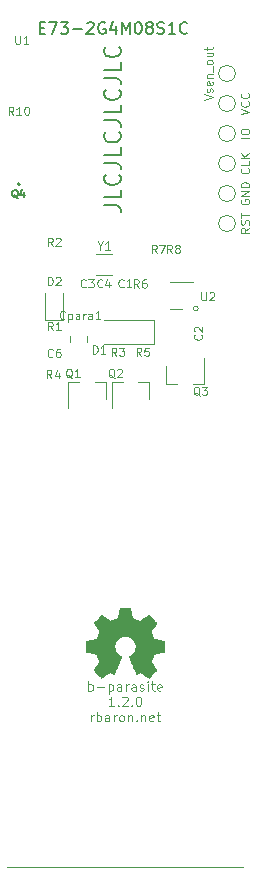
<source format=gbr>
G04 #@! TF.GenerationSoftware,KiCad,Pcbnew,(5.1.2-1)-1*
G04 #@! TF.CreationDate,2021-09-12T16:02:30+02:00*
G04 #@! TF.ProjectId,parasite,70617261-7369-4746-952e-6b696361645f,1.2.0*
G04 #@! TF.SameCoordinates,Original*
G04 #@! TF.FileFunction,Legend,Top*
G04 #@! TF.FilePolarity,Positive*
%FSLAX46Y46*%
G04 Gerber Fmt 4.6, Leading zero omitted, Abs format (unit mm)*
G04 Created by KiCad (PCBNEW (5.1.2-1)-1) date 2021-09-12 16:02:30*
%MOMM*%
%LPD*%
G04 APERTURE LIST*
%ADD10C,0.200000*%
%ADD11C,0.120000*%
%ADD12C,0.100000*%
%ADD13C,0.010000*%
%ADD14C,0.150000*%
G04 APERTURE END LIST*
D10*
X66233333Y-42966666D02*
X67233333Y-42966666D01*
X67433333Y-43033333D01*
X67566666Y-43166666D01*
X67633333Y-43366666D01*
X67633333Y-43500000D01*
X67633333Y-41633333D02*
X67633333Y-42300000D01*
X66233333Y-42300000D01*
X67500000Y-40366666D02*
X67566666Y-40433333D01*
X67633333Y-40633333D01*
X67633333Y-40766666D01*
X67566666Y-40966666D01*
X67433333Y-41100000D01*
X67300000Y-41166666D01*
X67033333Y-41233333D01*
X66833333Y-41233333D01*
X66566666Y-41166666D01*
X66433333Y-41100000D01*
X66300000Y-40966666D01*
X66233333Y-40766666D01*
X66233333Y-40633333D01*
X66300000Y-40433333D01*
X66366666Y-40366666D01*
X66233333Y-39366666D02*
X67233333Y-39366666D01*
X67433333Y-39433333D01*
X67566666Y-39566666D01*
X67633333Y-39766666D01*
X67633333Y-39900000D01*
X67633333Y-38033333D02*
X67633333Y-38700000D01*
X66233333Y-38700000D01*
X67500000Y-36766666D02*
X67566666Y-36833333D01*
X67633333Y-37033333D01*
X67633333Y-37166666D01*
X67566666Y-37366666D01*
X67433333Y-37500000D01*
X67300000Y-37566666D01*
X67033333Y-37633333D01*
X66833333Y-37633333D01*
X66566666Y-37566666D01*
X66433333Y-37500000D01*
X66300000Y-37366666D01*
X66233333Y-37166666D01*
X66233333Y-37033333D01*
X66300000Y-36833333D01*
X66366666Y-36766666D01*
X66233333Y-35766666D02*
X67233333Y-35766666D01*
X67433333Y-35833333D01*
X67566666Y-35966666D01*
X67633333Y-36166666D01*
X67633333Y-36300000D01*
X67633333Y-34433333D02*
X67633333Y-35100000D01*
X66233333Y-35100000D01*
X67500000Y-33166666D02*
X67566666Y-33233333D01*
X67633333Y-33433333D01*
X67633333Y-33566666D01*
X67566666Y-33766666D01*
X67433333Y-33900000D01*
X67300000Y-33966666D01*
X67033333Y-34033333D01*
X66833333Y-34033333D01*
X66566666Y-33966666D01*
X66433333Y-33900000D01*
X66300000Y-33766666D01*
X66233333Y-33566666D01*
X66233333Y-33433333D01*
X66300000Y-33233333D01*
X66366666Y-33166666D01*
X66233333Y-32166666D02*
X67233333Y-32166666D01*
X67433333Y-32233333D01*
X67566666Y-32366666D01*
X67633333Y-32566666D01*
X67633333Y-32700000D01*
X67633333Y-30833333D02*
X67633333Y-31500000D01*
X66233333Y-31500000D01*
X67500000Y-29566666D02*
X67566666Y-29633333D01*
X67633333Y-29833333D01*
X67633333Y-29966666D01*
X67566666Y-30166666D01*
X67433333Y-30300000D01*
X67300000Y-30366666D01*
X67033333Y-30433333D01*
X66833333Y-30433333D01*
X66566666Y-30366666D01*
X66433333Y-30300000D01*
X66300000Y-30166666D01*
X66233333Y-29966666D01*
X66233333Y-29833333D01*
X66300000Y-29633333D01*
X66366666Y-29566666D01*
D11*
X74200000Y-51700000D02*
G75*
G03X74200000Y-51700000I-200000J0D01*
G01*
D12*
X64914285Y-84061904D02*
X64914285Y-83261904D01*
X64914285Y-83566666D02*
X64990476Y-83528571D01*
X65142857Y-83528571D01*
X65219047Y-83566666D01*
X65257142Y-83604761D01*
X65295238Y-83680952D01*
X65295238Y-83909523D01*
X65257142Y-83985714D01*
X65219047Y-84023809D01*
X65142857Y-84061904D01*
X64990476Y-84061904D01*
X64914285Y-84023809D01*
X65638095Y-83757142D02*
X66247619Y-83757142D01*
X66628571Y-83528571D02*
X66628571Y-84328571D01*
X66628571Y-83566666D02*
X66704761Y-83528571D01*
X66857142Y-83528571D01*
X66933333Y-83566666D01*
X66971428Y-83604761D01*
X67009523Y-83680952D01*
X67009523Y-83909523D01*
X66971428Y-83985714D01*
X66933333Y-84023809D01*
X66857142Y-84061904D01*
X66704761Y-84061904D01*
X66628571Y-84023809D01*
X67695238Y-84061904D02*
X67695238Y-83642857D01*
X67657142Y-83566666D01*
X67580952Y-83528571D01*
X67428571Y-83528571D01*
X67352380Y-83566666D01*
X67695238Y-84023809D02*
X67619047Y-84061904D01*
X67428571Y-84061904D01*
X67352380Y-84023809D01*
X67314285Y-83947619D01*
X67314285Y-83871428D01*
X67352380Y-83795238D01*
X67428571Y-83757142D01*
X67619047Y-83757142D01*
X67695238Y-83719047D01*
X68076190Y-84061904D02*
X68076190Y-83528571D01*
X68076190Y-83680952D02*
X68114285Y-83604761D01*
X68152380Y-83566666D01*
X68228571Y-83528571D01*
X68304761Y-83528571D01*
X68914285Y-84061904D02*
X68914285Y-83642857D01*
X68876190Y-83566666D01*
X68800000Y-83528571D01*
X68647619Y-83528571D01*
X68571428Y-83566666D01*
X68914285Y-84023809D02*
X68838095Y-84061904D01*
X68647619Y-84061904D01*
X68571428Y-84023809D01*
X68533333Y-83947619D01*
X68533333Y-83871428D01*
X68571428Y-83795238D01*
X68647619Y-83757142D01*
X68838095Y-83757142D01*
X68914285Y-83719047D01*
X69257142Y-84023809D02*
X69333333Y-84061904D01*
X69485714Y-84061904D01*
X69561904Y-84023809D01*
X69600000Y-83947619D01*
X69600000Y-83909523D01*
X69561904Y-83833333D01*
X69485714Y-83795238D01*
X69371428Y-83795238D01*
X69295238Y-83757142D01*
X69257142Y-83680952D01*
X69257142Y-83642857D01*
X69295238Y-83566666D01*
X69371428Y-83528571D01*
X69485714Y-83528571D01*
X69561904Y-83566666D01*
X69942857Y-84061904D02*
X69942857Y-83528571D01*
X69942857Y-83261904D02*
X69904761Y-83300000D01*
X69942857Y-83338095D01*
X69980952Y-83300000D01*
X69942857Y-83261904D01*
X69942857Y-83338095D01*
X70209523Y-83528571D02*
X70514285Y-83528571D01*
X70323809Y-83261904D02*
X70323809Y-83947619D01*
X70361904Y-84023809D01*
X70438095Y-84061904D01*
X70514285Y-84061904D01*
X71085714Y-84023809D02*
X71009523Y-84061904D01*
X70857142Y-84061904D01*
X70780952Y-84023809D01*
X70742857Y-83947619D01*
X70742857Y-83642857D01*
X70780952Y-83566666D01*
X70857142Y-83528571D01*
X71009523Y-83528571D01*
X71085714Y-83566666D01*
X71123809Y-83642857D01*
X71123809Y-83719047D01*
X70742857Y-83795238D01*
X67085714Y-85361904D02*
X66628571Y-85361904D01*
X66857142Y-85361904D02*
X66857142Y-84561904D01*
X66780952Y-84676190D01*
X66704761Y-84752380D01*
X66628571Y-84790476D01*
X67428571Y-85285714D02*
X67466666Y-85323809D01*
X67428571Y-85361904D01*
X67390476Y-85323809D01*
X67428571Y-85285714D01*
X67428571Y-85361904D01*
X67771428Y-84638095D02*
X67809523Y-84600000D01*
X67885714Y-84561904D01*
X68076190Y-84561904D01*
X68152380Y-84600000D01*
X68190476Y-84638095D01*
X68228571Y-84714285D01*
X68228571Y-84790476D01*
X68190476Y-84904761D01*
X67733333Y-85361904D01*
X68228571Y-85361904D01*
X68571428Y-85285714D02*
X68609523Y-85323809D01*
X68571428Y-85361904D01*
X68533333Y-85323809D01*
X68571428Y-85285714D01*
X68571428Y-85361904D01*
X69104761Y-84561904D02*
X69180952Y-84561904D01*
X69257142Y-84600000D01*
X69295238Y-84638095D01*
X69333333Y-84714285D01*
X69371428Y-84866666D01*
X69371428Y-85057142D01*
X69333333Y-85209523D01*
X69295238Y-85285714D01*
X69257142Y-85323809D01*
X69180952Y-85361904D01*
X69104761Y-85361904D01*
X69028571Y-85323809D01*
X68990476Y-85285714D01*
X68952380Y-85209523D01*
X68914285Y-85057142D01*
X68914285Y-84866666D01*
X68952380Y-84714285D01*
X68990476Y-84638095D01*
X69028571Y-84600000D01*
X69104761Y-84561904D01*
X65123809Y-86661904D02*
X65123809Y-86128571D01*
X65123809Y-86280952D02*
X65161904Y-86204761D01*
X65200000Y-86166666D01*
X65276190Y-86128571D01*
X65352380Y-86128571D01*
X65619047Y-86661904D02*
X65619047Y-85861904D01*
X65619047Y-86166666D02*
X65695238Y-86128571D01*
X65847619Y-86128571D01*
X65923809Y-86166666D01*
X65961904Y-86204761D01*
X66000000Y-86280952D01*
X66000000Y-86509523D01*
X65961904Y-86585714D01*
X65923809Y-86623809D01*
X65847619Y-86661904D01*
X65695238Y-86661904D01*
X65619047Y-86623809D01*
X66685714Y-86661904D02*
X66685714Y-86242857D01*
X66647619Y-86166666D01*
X66571428Y-86128571D01*
X66419047Y-86128571D01*
X66342857Y-86166666D01*
X66685714Y-86623809D02*
X66609523Y-86661904D01*
X66419047Y-86661904D01*
X66342857Y-86623809D01*
X66304761Y-86547619D01*
X66304761Y-86471428D01*
X66342857Y-86395238D01*
X66419047Y-86357142D01*
X66609523Y-86357142D01*
X66685714Y-86319047D01*
X67066666Y-86661904D02*
X67066666Y-86128571D01*
X67066666Y-86280952D02*
X67104761Y-86204761D01*
X67142857Y-86166666D01*
X67219047Y-86128571D01*
X67295238Y-86128571D01*
X67676190Y-86661904D02*
X67600000Y-86623809D01*
X67561904Y-86585714D01*
X67523809Y-86509523D01*
X67523809Y-86280952D01*
X67561904Y-86204761D01*
X67600000Y-86166666D01*
X67676190Y-86128571D01*
X67790476Y-86128571D01*
X67866666Y-86166666D01*
X67904761Y-86204761D01*
X67942857Y-86280952D01*
X67942857Y-86509523D01*
X67904761Y-86585714D01*
X67866666Y-86623809D01*
X67790476Y-86661904D01*
X67676190Y-86661904D01*
X68285714Y-86128571D02*
X68285714Y-86661904D01*
X68285714Y-86204761D02*
X68323809Y-86166666D01*
X68400000Y-86128571D01*
X68514285Y-86128571D01*
X68590476Y-86166666D01*
X68628571Y-86242857D01*
X68628571Y-86661904D01*
X69009523Y-86585714D02*
X69047619Y-86623809D01*
X69009523Y-86661904D01*
X68971428Y-86623809D01*
X69009523Y-86585714D01*
X69009523Y-86661904D01*
X69390476Y-86128571D02*
X69390476Y-86661904D01*
X69390476Y-86204761D02*
X69428571Y-86166666D01*
X69504761Y-86128571D01*
X69619047Y-86128571D01*
X69695238Y-86166666D01*
X69733333Y-86242857D01*
X69733333Y-86661904D01*
X70419047Y-86623809D02*
X70342857Y-86661904D01*
X70190476Y-86661904D01*
X70114285Y-86623809D01*
X70076190Y-86547619D01*
X70076190Y-86242857D01*
X70114285Y-86166666D01*
X70190476Y-86128571D01*
X70342857Y-86128571D01*
X70419047Y-86166666D01*
X70457142Y-86242857D01*
X70457142Y-86319047D01*
X70076190Y-86395238D01*
X70685714Y-86128571D02*
X70990476Y-86128571D01*
X70800000Y-85861904D02*
X70800000Y-86547619D01*
X70838095Y-86623809D01*
X70914285Y-86661904D01*
X70990476Y-86661904D01*
D11*
X58000000Y-99000000D02*
X78000000Y-99000000D01*
D10*
X59100000Y-41200000D02*
G75*
G03X59100000Y-41200000I-100000J0D01*
G01*
D13*
G36*
X68555814Y-77468931D02*
G01*
X68639635Y-77913555D01*
X68948920Y-78041053D01*
X69258206Y-78168551D01*
X69629246Y-77916246D01*
X69733157Y-77845996D01*
X69827087Y-77783272D01*
X69906652Y-77730938D01*
X69967470Y-77691857D01*
X70005157Y-77668893D01*
X70015421Y-77663942D01*
X70033910Y-77676676D01*
X70073420Y-77711882D01*
X70129522Y-77765062D01*
X70197787Y-77831718D01*
X70273786Y-77907354D01*
X70353092Y-77987472D01*
X70431275Y-78067574D01*
X70503907Y-78143164D01*
X70566559Y-78209745D01*
X70614803Y-78262818D01*
X70644210Y-78297887D01*
X70651241Y-78309623D01*
X70641123Y-78331260D01*
X70612759Y-78378662D01*
X70569129Y-78447193D01*
X70513218Y-78532215D01*
X70448006Y-78629093D01*
X70410219Y-78684350D01*
X70341343Y-78785248D01*
X70280140Y-78876299D01*
X70229578Y-78952970D01*
X70192628Y-79010728D01*
X70172258Y-79045043D01*
X70169197Y-79052254D01*
X70176136Y-79072748D01*
X70195051Y-79120513D01*
X70223087Y-79188832D01*
X70257391Y-79270989D01*
X70295109Y-79360270D01*
X70333387Y-79449958D01*
X70369370Y-79533338D01*
X70400206Y-79603694D01*
X70423039Y-79654310D01*
X70435017Y-79678471D01*
X70435724Y-79679422D01*
X70454531Y-79684036D01*
X70504618Y-79694328D01*
X70580793Y-79709287D01*
X70677865Y-79727901D01*
X70790643Y-79749159D01*
X70856442Y-79761418D01*
X70976950Y-79784362D01*
X71085797Y-79806195D01*
X71177476Y-79825722D01*
X71246481Y-79841748D01*
X71287304Y-79853079D01*
X71295511Y-79856674D01*
X71303548Y-79881006D01*
X71310033Y-79935959D01*
X71314970Y-80015108D01*
X71318364Y-80112026D01*
X71320218Y-80220287D01*
X71320538Y-80333465D01*
X71319327Y-80445135D01*
X71316590Y-80548868D01*
X71312331Y-80638241D01*
X71306555Y-80706826D01*
X71299267Y-80748197D01*
X71294895Y-80756810D01*
X71268764Y-80767133D01*
X71213393Y-80781892D01*
X71136107Y-80799352D01*
X71044230Y-80817780D01*
X71012158Y-80823741D01*
X70857524Y-80852066D01*
X70735375Y-80874876D01*
X70641673Y-80893080D01*
X70572384Y-80907583D01*
X70523471Y-80919292D01*
X70490897Y-80929115D01*
X70470628Y-80937956D01*
X70458626Y-80946724D01*
X70456947Y-80948457D01*
X70440184Y-80976371D01*
X70414614Y-81030695D01*
X70382788Y-81104777D01*
X70347260Y-81191965D01*
X70310583Y-81285608D01*
X70275311Y-81379052D01*
X70243996Y-81465647D01*
X70219193Y-81538740D01*
X70203454Y-81591678D01*
X70199332Y-81617811D01*
X70199676Y-81618726D01*
X70213641Y-81640086D01*
X70245322Y-81687084D01*
X70291391Y-81754827D01*
X70348518Y-81838423D01*
X70413373Y-81932982D01*
X70431843Y-81959854D01*
X70497699Y-82057275D01*
X70555650Y-82146163D01*
X70602538Y-82221412D01*
X70635207Y-82277920D01*
X70650500Y-82310581D01*
X70651241Y-82314593D01*
X70638392Y-82335684D01*
X70602888Y-82377464D01*
X70549293Y-82435445D01*
X70482171Y-82505135D01*
X70406087Y-82582045D01*
X70325604Y-82661683D01*
X70245287Y-82739561D01*
X70169699Y-82811186D01*
X70103405Y-82872070D01*
X70050969Y-82917721D01*
X70016955Y-82943650D01*
X70007545Y-82947883D01*
X69985643Y-82937912D01*
X69940800Y-82911020D01*
X69880321Y-82871736D01*
X69833789Y-82840117D01*
X69749475Y-82782098D01*
X69649626Y-82713784D01*
X69549473Y-82645579D01*
X69495627Y-82609075D01*
X69313371Y-82485800D01*
X69160381Y-82568520D01*
X69090682Y-82604759D01*
X69031414Y-82632926D01*
X68991311Y-82648991D01*
X68981103Y-82651226D01*
X68968829Y-82634722D01*
X68944613Y-82588082D01*
X68910263Y-82515609D01*
X68867588Y-82421606D01*
X68818394Y-82310374D01*
X68764490Y-82186215D01*
X68707684Y-82053432D01*
X68649782Y-81916327D01*
X68592593Y-81779202D01*
X68537924Y-81646358D01*
X68487584Y-81522098D01*
X68443380Y-81410725D01*
X68407119Y-81316539D01*
X68380609Y-81243844D01*
X68365658Y-81196941D01*
X68363254Y-81180833D01*
X68382311Y-81160286D01*
X68424036Y-81126933D01*
X68479706Y-81087702D01*
X68484378Y-81084599D01*
X68628264Y-80969423D01*
X68744283Y-80835053D01*
X68831430Y-80685784D01*
X68888699Y-80525913D01*
X68915086Y-80359737D01*
X68909585Y-80191552D01*
X68871190Y-80025655D01*
X68798895Y-79866342D01*
X68777626Y-79831487D01*
X68666996Y-79690737D01*
X68536302Y-79577714D01*
X68390064Y-79493003D01*
X68232808Y-79437194D01*
X68069057Y-79410874D01*
X67903333Y-79414630D01*
X67740162Y-79449050D01*
X67584065Y-79514723D01*
X67439567Y-79612235D01*
X67394869Y-79651813D01*
X67281112Y-79775703D01*
X67198218Y-79906124D01*
X67141356Y-80052315D01*
X67109687Y-80197088D01*
X67101869Y-80359860D01*
X67127938Y-80523440D01*
X67185245Y-80682298D01*
X67271144Y-80830906D01*
X67382986Y-80963735D01*
X67518123Y-81075256D01*
X67535883Y-81087011D01*
X67592150Y-81125508D01*
X67634923Y-81158863D01*
X67655372Y-81180160D01*
X67655669Y-81180833D01*
X67651279Y-81203871D01*
X67633876Y-81256157D01*
X67605268Y-81333390D01*
X67567265Y-81431268D01*
X67521674Y-81545491D01*
X67470303Y-81671758D01*
X67414962Y-81805767D01*
X67357458Y-81943218D01*
X67299601Y-82079808D01*
X67243198Y-82211237D01*
X67190058Y-82333205D01*
X67141990Y-82441409D01*
X67100801Y-82531549D01*
X67068301Y-82599323D01*
X67046297Y-82640430D01*
X67037436Y-82651226D01*
X67010360Y-82642819D01*
X66959697Y-82620272D01*
X66894183Y-82587613D01*
X66858159Y-82568520D01*
X66705168Y-82485800D01*
X66522912Y-82609075D01*
X66429875Y-82672228D01*
X66328015Y-82741727D01*
X66232562Y-82807165D01*
X66184750Y-82840117D01*
X66117505Y-82885273D01*
X66060564Y-82921057D01*
X66021354Y-82942938D01*
X66008619Y-82947563D01*
X65990083Y-82935085D01*
X65949059Y-82900252D01*
X65889525Y-82846678D01*
X65815458Y-82777983D01*
X65730835Y-82697781D01*
X65677315Y-82646286D01*
X65583681Y-82554286D01*
X65502759Y-82471999D01*
X65437823Y-82402945D01*
X65392142Y-82350644D01*
X65368989Y-82318616D01*
X65366768Y-82312116D01*
X65377076Y-82287394D01*
X65405561Y-82237405D01*
X65449063Y-82167212D01*
X65504423Y-82081875D01*
X65568480Y-81986456D01*
X65586697Y-81959854D01*
X65653073Y-81863167D01*
X65712622Y-81776117D01*
X65762016Y-81703595D01*
X65797925Y-81650493D01*
X65817019Y-81621703D01*
X65818864Y-81618726D01*
X65816105Y-81595782D01*
X65801462Y-81545336D01*
X65777487Y-81474041D01*
X65746734Y-81388547D01*
X65711756Y-81295507D01*
X65675107Y-81201574D01*
X65639339Y-81113399D01*
X65607006Y-81037634D01*
X65580662Y-80980931D01*
X65562858Y-80949943D01*
X65561593Y-80948457D01*
X65550706Y-80939601D01*
X65532318Y-80930843D01*
X65502394Y-80921277D01*
X65456897Y-80909996D01*
X65391791Y-80896093D01*
X65303039Y-80878663D01*
X65186607Y-80856798D01*
X65038458Y-80829591D01*
X65006382Y-80823741D01*
X64911314Y-80805374D01*
X64828435Y-80787405D01*
X64765070Y-80771569D01*
X64728542Y-80759600D01*
X64723644Y-80756810D01*
X64715573Y-80732072D01*
X64709013Y-80676790D01*
X64703967Y-80597389D01*
X64700441Y-80500296D01*
X64698439Y-80391938D01*
X64697964Y-80278740D01*
X64699023Y-80167128D01*
X64701618Y-80063529D01*
X64705754Y-79974368D01*
X64711437Y-79906072D01*
X64718669Y-79865066D01*
X64723029Y-79856674D01*
X64747302Y-79848208D01*
X64802574Y-79834435D01*
X64883338Y-79816550D01*
X64984088Y-79795748D01*
X65099317Y-79773223D01*
X65162098Y-79761418D01*
X65281213Y-79739151D01*
X65387435Y-79718979D01*
X65475573Y-79701915D01*
X65540434Y-79688969D01*
X65576826Y-79681155D01*
X65582816Y-79679422D01*
X65592939Y-79659890D01*
X65614338Y-79612843D01*
X65644161Y-79545003D01*
X65679555Y-79463091D01*
X65717668Y-79373828D01*
X65755647Y-79283935D01*
X65790640Y-79200135D01*
X65819794Y-79129147D01*
X65840257Y-79077694D01*
X65849177Y-79052497D01*
X65849343Y-79051396D01*
X65839231Y-79031519D01*
X65810883Y-78985777D01*
X65767277Y-78918717D01*
X65711394Y-78834884D01*
X65646213Y-78738826D01*
X65608321Y-78683650D01*
X65539275Y-78582481D01*
X65477950Y-78490630D01*
X65427337Y-78412744D01*
X65390429Y-78353469D01*
X65370218Y-78317451D01*
X65367299Y-78309377D01*
X65379847Y-78290584D01*
X65414537Y-78250457D01*
X65466937Y-78193493D01*
X65532616Y-78124185D01*
X65607144Y-78047031D01*
X65686087Y-77966525D01*
X65765017Y-77887163D01*
X65839500Y-77813440D01*
X65905106Y-77749852D01*
X65957404Y-77700894D01*
X65991961Y-77671061D01*
X66003522Y-77663942D01*
X66022346Y-77673953D01*
X66067369Y-77702078D01*
X66134213Y-77745454D01*
X66218501Y-77801218D01*
X66315856Y-77866506D01*
X66389293Y-77916246D01*
X66760333Y-78168551D01*
X67378905Y-77913555D01*
X67462725Y-77468931D01*
X67546546Y-77024307D01*
X68471994Y-77024307D01*
X68555814Y-77468931D01*
X68555814Y-77468931D01*
G37*
X68555814Y-77468931D02*
X68639635Y-77913555D01*
X68948920Y-78041053D01*
X69258206Y-78168551D01*
X69629246Y-77916246D01*
X69733157Y-77845996D01*
X69827087Y-77783272D01*
X69906652Y-77730938D01*
X69967470Y-77691857D01*
X70005157Y-77668893D01*
X70015421Y-77663942D01*
X70033910Y-77676676D01*
X70073420Y-77711882D01*
X70129522Y-77765062D01*
X70197787Y-77831718D01*
X70273786Y-77907354D01*
X70353092Y-77987472D01*
X70431275Y-78067574D01*
X70503907Y-78143164D01*
X70566559Y-78209745D01*
X70614803Y-78262818D01*
X70644210Y-78297887D01*
X70651241Y-78309623D01*
X70641123Y-78331260D01*
X70612759Y-78378662D01*
X70569129Y-78447193D01*
X70513218Y-78532215D01*
X70448006Y-78629093D01*
X70410219Y-78684350D01*
X70341343Y-78785248D01*
X70280140Y-78876299D01*
X70229578Y-78952970D01*
X70192628Y-79010728D01*
X70172258Y-79045043D01*
X70169197Y-79052254D01*
X70176136Y-79072748D01*
X70195051Y-79120513D01*
X70223087Y-79188832D01*
X70257391Y-79270989D01*
X70295109Y-79360270D01*
X70333387Y-79449958D01*
X70369370Y-79533338D01*
X70400206Y-79603694D01*
X70423039Y-79654310D01*
X70435017Y-79678471D01*
X70435724Y-79679422D01*
X70454531Y-79684036D01*
X70504618Y-79694328D01*
X70580793Y-79709287D01*
X70677865Y-79727901D01*
X70790643Y-79749159D01*
X70856442Y-79761418D01*
X70976950Y-79784362D01*
X71085797Y-79806195D01*
X71177476Y-79825722D01*
X71246481Y-79841748D01*
X71287304Y-79853079D01*
X71295511Y-79856674D01*
X71303548Y-79881006D01*
X71310033Y-79935959D01*
X71314970Y-80015108D01*
X71318364Y-80112026D01*
X71320218Y-80220287D01*
X71320538Y-80333465D01*
X71319327Y-80445135D01*
X71316590Y-80548868D01*
X71312331Y-80638241D01*
X71306555Y-80706826D01*
X71299267Y-80748197D01*
X71294895Y-80756810D01*
X71268764Y-80767133D01*
X71213393Y-80781892D01*
X71136107Y-80799352D01*
X71044230Y-80817780D01*
X71012158Y-80823741D01*
X70857524Y-80852066D01*
X70735375Y-80874876D01*
X70641673Y-80893080D01*
X70572384Y-80907583D01*
X70523471Y-80919292D01*
X70490897Y-80929115D01*
X70470628Y-80937956D01*
X70458626Y-80946724D01*
X70456947Y-80948457D01*
X70440184Y-80976371D01*
X70414614Y-81030695D01*
X70382788Y-81104777D01*
X70347260Y-81191965D01*
X70310583Y-81285608D01*
X70275311Y-81379052D01*
X70243996Y-81465647D01*
X70219193Y-81538740D01*
X70203454Y-81591678D01*
X70199332Y-81617811D01*
X70199676Y-81618726D01*
X70213641Y-81640086D01*
X70245322Y-81687084D01*
X70291391Y-81754827D01*
X70348518Y-81838423D01*
X70413373Y-81932982D01*
X70431843Y-81959854D01*
X70497699Y-82057275D01*
X70555650Y-82146163D01*
X70602538Y-82221412D01*
X70635207Y-82277920D01*
X70650500Y-82310581D01*
X70651241Y-82314593D01*
X70638392Y-82335684D01*
X70602888Y-82377464D01*
X70549293Y-82435445D01*
X70482171Y-82505135D01*
X70406087Y-82582045D01*
X70325604Y-82661683D01*
X70245287Y-82739561D01*
X70169699Y-82811186D01*
X70103405Y-82872070D01*
X70050969Y-82917721D01*
X70016955Y-82943650D01*
X70007545Y-82947883D01*
X69985643Y-82937912D01*
X69940800Y-82911020D01*
X69880321Y-82871736D01*
X69833789Y-82840117D01*
X69749475Y-82782098D01*
X69649626Y-82713784D01*
X69549473Y-82645579D01*
X69495627Y-82609075D01*
X69313371Y-82485800D01*
X69160381Y-82568520D01*
X69090682Y-82604759D01*
X69031414Y-82632926D01*
X68991311Y-82648991D01*
X68981103Y-82651226D01*
X68968829Y-82634722D01*
X68944613Y-82588082D01*
X68910263Y-82515609D01*
X68867588Y-82421606D01*
X68818394Y-82310374D01*
X68764490Y-82186215D01*
X68707684Y-82053432D01*
X68649782Y-81916327D01*
X68592593Y-81779202D01*
X68537924Y-81646358D01*
X68487584Y-81522098D01*
X68443380Y-81410725D01*
X68407119Y-81316539D01*
X68380609Y-81243844D01*
X68365658Y-81196941D01*
X68363254Y-81180833D01*
X68382311Y-81160286D01*
X68424036Y-81126933D01*
X68479706Y-81087702D01*
X68484378Y-81084599D01*
X68628264Y-80969423D01*
X68744283Y-80835053D01*
X68831430Y-80685784D01*
X68888699Y-80525913D01*
X68915086Y-80359737D01*
X68909585Y-80191552D01*
X68871190Y-80025655D01*
X68798895Y-79866342D01*
X68777626Y-79831487D01*
X68666996Y-79690737D01*
X68536302Y-79577714D01*
X68390064Y-79493003D01*
X68232808Y-79437194D01*
X68069057Y-79410874D01*
X67903333Y-79414630D01*
X67740162Y-79449050D01*
X67584065Y-79514723D01*
X67439567Y-79612235D01*
X67394869Y-79651813D01*
X67281112Y-79775703D01*
X67198218Y-79906124D01*
X67141356Y-80052315D01*
X67109687Y-80197088D01*
X67101869Y-80359860D01*
X67127938Y-80523440D01*
X67185245Y-80682298D01*
X67271144Y-80830906D01*
X67382986Y-80963735D01*
X67518123Y-81075256D01*
X67535883Y-81087011D01*
X67592150Y-81125508D01*
X67634923Y-81158863D01*
X67655372Y-81180160D01*
X67655669Y-81180833D01*
X67651279Y-81203871D01*
X67633876Y-81256157D01*
X67605268Y-81333390D01*
X67567265Y-81431268D01*
X67521674Y-81545491D01*
X67470303Y-81671758D01*
X67414962Y-81805767D01*
X67357458Y-81943218D01*
X67299601Y-82079808D01*
X67243198Y-82211237D01*
X67190058Y-82333205D01*
X67141990Y-82441409D01*
X67100801Y-82531549D01*
X67068301Y-82599323D01*
X67046297Y-82640430D01*
X67037436Y-82651226D01*
X67010360Y-82642819D01*
X66959697Y-82620272D01*
X66894183Y-82587613D01*
X66858159Y-82568520D01*
X66705168Y-82485800D01*
X66522912Y-82609075D01*
X66429875Y-82672228D01*
X66328015Y-82741727D01*
X66232562Y-82807165D01*
X66184750Y-82840117D01*
X66117505Y-82885273D01*
X66060564Y-82921057D01*
X66021354Y-82942938D01*
X66008619Y-82947563D01*
X65990083Y-82935085D01*
X65949059Y-82900252D01*
X65889525Y-82846678D01*
X65815458Y-82777983D01*
X65730835Y-82697781D01*
X65677315Y-82646286D01*
X65583681Y-82554286D01*
X65502759Y-82471999D01*
X65437823Y-82402945D01*
X65392142Y-82350644D01*
X65368989Y-82318616D01*
X65366768Y-82312116D01*
X65377076Y-82287394D01*
X65405561Y-82237405D01*
X65449063Y-82167212D01*
X65504423Y-82081875D01*
X65568480Y-81986456D01*
X65586697Y-81959854D01*
X65653073Y-81863167D01*
X65712622Y-81776117D01*
X65762016Y-81703595D01*
X65797925Y-81650493D01*
X65817019Y-81621703D01*
X65818864Y-81618726D01*
X65816105Y-81595782D01*
X65801462Y-81545336D01*
X65777487Y-81474041D01*
X65746734Y-81388547D01*
X65711756Y-81295507D01*
X65675107Y-81201574D01*
X65639339Y-81113399D01*
X65607006Y-81037634D01*
X65580662Y-80980931D01*
X65562858Y-80949943D01*
X65561593Y-80948457D01*
X65550706Y-80939601D01*
X65532318Y-80930843D01*
X65502394Y-80921277D01*
X65456897Y-80909996D01*
X65391791Y-80896093D01*
X65303039Y-80878663D01*
X65186607Y-80856798D01*
X65038458Y-80829591D01*
X65006382Y-80823741D01*
X64911314Y-80805374D01*
X64828435Y-80787405D01*
X64765070Y-80771569D01*
X64728542Y-80759600D01*
X64723644Y-80756810D01*
X64715573Y-80732072D01*
X64709013Y-80676790D01*
X64703967Y-80597389D01*
X64700441Y-80500296D01*
X64698439Y-80391938D01*
X64697964Y-80278740D01*
X64699023Y-80167128D01*
X64701618Y-80063529D01*
X64705754Y-79974368D01*
X64711437Y-79906072D01*
X64718669Y-79865066D01*
X64723029Y-79856674D01*
X64747302Y-79848208D01*
X64802574Y-79834435D01*
X64883338Y-79816550D01*
X64984088Y-79795748D01*
X65099317Y-79773223D01*
X65162098Y-79761418D01*
X65281213Y-79739151D01*
X65387435Y-79718979D01*
X65475573Y-79701915D01*
X65540434Y-79688969D01*
X65576826Y-79681155D01*
X65582816Y-79679422D01*
X65592939Y-79659890D01*
X65614338Y-79612843D01*
X65644161Y-79545003D01*
X65679555Y-79463091D01*
X65717668Y-79373828D01*
X65755647Y-79283935D01*
X65790640Y-79200135D01*
X65819794Y-79129147D01*
X65840257Y-79077694D01*
X65849177Y-79052497D01*
X65849343Y-79051396D01*
X65839231Y-79031519D01*
X65810883Y-78985777D01*
X65767277Y-78918717D01*
X65711394Y-78834884D01*
X65646213Y-78738826D01*
X65608321Y-78683650D01*
X65539275Y-78582481D01*
X65477950Y-78490630D01*
X65427337Y-78412744D01*
X65390429Y-78353469D01*
X65370218Y-78317451D01*
X65367299Y-78309377D01*
X65379847Y-78290584D01*
X65414537Y-78250457D01*
X65466937Y-78193493D01*
X65532616Y-78124185D01*
X65607144Y-78047031D01*
X65686087Y-77966525D01*
X65765017Y-77887163D01*
X65839500Y-77813440D01*
X65905106Y-77749852D01*
X65957404Y-77700894D01*
X65991961Y-77671061D01*
X66003522Y-77663942D01*
X66022346Y-77673953D01*
X66067369Y-77702078D01*
X66134213Y-77745454D01*
X66218501Y-77801218D01*
X66315856Y-77866506D01*
X66389293Y-77916246D01*
X66760333Y-78168551D01*
X67378905Y-77913555D01*
X67462725Y-77468931D01*
X67546546Y-77024307D01*
X68471994Y-77024307D01*
X68555814Y-77468931D01*
D11*
X72800000Y-51710000D02*
X71800000Y-51710000D01*
X73800000Y-49490000D02*
X71800000Y-49490000D01*
X66925000Y-47125000D02*
X65575000Y-47125000D01*
X66925000Y-48875000D02*
X65575000Y-48875000D01*
X71520000Y-58060000D02*
X72450000Y-58060000D01*
X74680000Y-58060000D02*
X73750000Y-58060000D01*
X74680000Y-58060000D02*
X74680000Y-55900000D01*
X71520000Y-58060000D02*
X71520000Y-56600000D01*
X61265000Y-50412500D02*
X61265000Y-52697500D01*
X61265000Y-52697500D02*
X62735000Y-52697500D01*
X62735000Y-52697500D02*
X62735000Y-50412500D01*
X77340000Y-34340000D02*
G75*
G03X77340000Y-34340000I-700000J0D01*
G01*
X77340000Y-41960000D02*
G75*
G03X77340000Y-41960000I-700000J0D01*
G01*
X77340000Y-44500000D02*
G75*
G03X77340000Y-44500000I-700000J0D01*
G01*
X77340000Y-39420000D02*
G75*
G03X77340000Y-39420000I-700000J0D01*
G01*
X77340000Y-36880000D02*
G75*
G03X77340000Y-36880000I-700000J0D01*
G01*
X70030000Y-57940000D02*
X69100000Y-57940000D01*
X66870000Y-57940000D02*
X67800000Y-57940000D01*
X66870000Y-57940000D02*
X66870000Y-60100000D01*
X70030000Y-57940000D02*
X70030000Y-59400000D01*
X66380000Y-57940000D02*
X65450000Y-57940000D01*
X63220000Y-57940000D02*
X64150000Y-57940000D01*
X63220000Y-57940000D02*
X63220000Y-60100000D01*
X66380000Y-57940000D02*
X66380000Y-59400000D01*
X63390000Y-54558578D02*
X63390000Y-54041422D01*
X64810000Y-54558578D02*
X64810000Y-54041422D01*
X70500000Y-52700000D02*
X66200000Y-52700000D01*
X70500000Y-54700000D02*
X70500000Y-52700000D01*
X66200000Y-54700000D02*
X70500000Y-54700000D01*
X77340000Y-31800000D02*
G75*
G03X77340000Y-31800000I-700000J0D01*
G01*
D14*
X58939047Y-42350476D02*
X58878095Y-42320000D01*
X58817142Y-42259047D01*
X58725714Y-42167619D01*
X58664761Y-42137142D01*
X58603809Y-42137142D01*
X58634285Y-42289523D02*
X58573333Y-42259047D01*
X58512380Y-42198095D01*
X58481904Y-42076190D01*
X58481904Y-41862857D01*
X58512380Y-41740952D01*
X58573333Y-41680000D01*
X58634285Y-41649523D01*
X58756190Y-41649523D01*
X58817142Y-41680000D01*
X58878095Y-41740952D01*
X58908571Y-41862857D01*
X58908571Y-42076190D01*
X58878095Y-42198095D01*
X58817142Y-42259047D01*
X58756190Y-42289523D01*
X58634285Y-42289523D01*
X59457142Y-41862857D02*
X59457142Y-42289523D01*
X59304761Y-41619047D02*
X59152380Y-42076190D01*
X59548571Y-42076190D01*
D11*
X58716666Y-28616666D02*
X58716666Y-29183333D01*
X58750000Y-29250000D01*
X58783333Y-29283333D01*
X58850000Y-29316666D01*
X58983333Y-29316666D01*
X59050000Y-29283333D01*
X59083333Y-29250000D01*
X59116666Y-29183333D01*
X59116666Y-28616666D01*
X59816666Y-29316666D02*
X59416666Y-29316666D01*
X59616666Y-29316666D02*
X59616666Y-28616666D01*
X59550000Y-28716666D01*
X59483333Y-28783333D01*
X59416666Y-28816666D01*
D14*
X60785714Y-27928571D02*
X61119047Y-27928571D01*
X61261904Y-28452380D02*
X60785714Y-28452380D01*
X60785714Y-27452380D01*
X61261904Y-27452380D01*
X61595238Y-27452380D02*
X62261904Y-27452380D01*
X61833333Y-28452380D01*
X62547619Y-27452380D02*
X63166666Y-27452380D01*
X62833333Y-27833333D01*
X62976190Y-27833333D01*
X63071428Y-27880952D01*
X63119047Y-27928571D01*
X63166666Y-28023809D01*
X63166666Y-28261904D01*
X63119047Y-28357142D01*
X63071428Y-28404761D01*
X62976190Y-28452380D01*
X62690476Y-28452380D01*
X62595238Y-28404761D01*
X62547619Y-28357142D01*
X63595238Y-28071428D02*
X64357142Y-28071428D01*
X64785714Y-27547619D02*
X64833333Y-27500000D01*
X64928571Y-27452380D01*
X65166666Y-27452380D01*
X65261904Y-27500000D01*
X65309523Y-27547619D01*
X65357142Y-27642857D01*
X65357142Y-27738095D01*
X65309523Y-27880952D01*
X64738095Y-28452380D01*
X65357142Y-28452380D01*
X66309523Y-27500000D02*
X66214285Y-27452380D01*
X66071428Y-27452380D01*
X65928571Y-27500000D01*
X65833333Y-27595238D01*
X65785714Y-27690476D01*
X65738095Y-27880952D01*
X65738095Y-28023809D01*
X65785714Y-28214285D01*
X65833333Y-28309523D01*
X65928571Y-28404761D01*
X66071428Y-28452380D01*
X66166666Y-28452380D01*
X66309523Y-28404761D01*
X66357142Y-28357142D01*
X66357142Y-28023809D01*
X66166666Y-28023809D01*
X67214285Y-27785714D02*
X67214285Y-28452380D01*
X66976190Y-27404761D02*
X66738095Y-28119047D01*
X67357142Y-28119047D01*
X67738095Y-28452380D02*
X67738095Y-27452380D01*
X68071428Y-28166666D01*
X68404761Y-27452380D01*
X68404761Y-28452380D01*
X69071428Y-27452380D02*
X69166666Y-27452380D01*
X69261904Y-27500000D01*
X69309523Y-27547619D01*
X69357142Y-27642857D01*
X69404761Y-27833333D01*
X69404761Y-28071428D01*
X69357142Y-28261904D01*
X69309523Y-28357142D01*
X69261904Y-28404761D01*
X69166666Y-28452380D01*
X69071428Y-28452380D01*
X68976190Y-28404761D01*
X68928571Y-28357142D01*
X68880952Y-28261904D01*
X68833333Y-28071428D01*
X68833333Y-27833333D01*
X68880952Y-27642857D01*
X68928571Y-27547619D01*
X68976190Y-27500000D01*
X69071428Y-27452380D01*
X69976190Y-27880952D02*
X69880952Y-27833333D01*
X69833333Y-27785714D01*
X69785714Y-27690476D01*
X69785714Y-27642857D01*
X69833333Y-27547619D01*
X69880952Y-27500000D01*
X69976190Y-27452380D01*
X70166666Y-27452380D01*
X70261904Y-27500000D01*
X70309523Y-27547619D01*
X70357142Y-27642857D01*
X70357142Y-27690476D01*
X70309523Y-27785714D01*
X70261904Y-27833333D01*
X70166666Y-27880952D01*
X69976190Y-27880952D01*
X69880952Y-27928571D01*
X69833333Y-27976190D01*
X69785714Y-28071428D01*
X69785714Y-28261904D01*
X69833333Y-28357142D01*
X69880952Y-28404761D01*
X69976190Y-28452380D01*
X70166666Y-28452380D01*
X70261904Y-28404761D01*
X70309523Y-28357142D01*
X70357142Y-28261904D01*
X70357142Y-28071428D01*
X70309523Y-27976190D01*
X70261904Y-27928571D01*
X70166666Y-27880952D01*
X70738095Y-28404761D02*
X70880952Y-28452380D01*
X71119047Y-28452380D01*
X71214285Y-28404761D01*
X71261904Y-28357142D01*
X71309523Y-28261904D01*
X71309523Y-28166666D01*
X71261904Y-28071428D01*
X71214285Y-28023809D01*
X71119047Y-27976190D01*
X70928571Y-27928571D01*
X70833333Y-27880952D01*
X70785714Y-27833333D01*
X70738095Y-27738095D01*
X70738095Y-27642857D01*
X70785714Y-27547619D01*
X70833333Y-27500000D01*
X70928571Y-27452380D01*
X71166666Y-27452380D01*
X71309523Y-27500000D01*
X72261904Y-28452380D02*
X71690476Y-28452380D01*
X71976190Y-28452380D02*
X71976190Y-27452380D01*
X71880952Y-27595238D01*
X71785714Y-27690476D01*
X71690476Y-27738095D01*
X73261904Y-28357142D02*
X73214285Y-28404761D01*
X73071428Y-28452380D01*
X72976190Y-28452380D01*
X72833333Y-28404761D01*
X72738095Y-28309523D01*
X72690476Y-28214285D01*
X72642857Y-28023809D01*
X72642857Y-27880952D01*
X72690476Y-27690476D01*
X72738095Y-27595238D01*
X72833333Y-27500000D01*
X72976190Y-27452380D01*
X73071428Y-27452380D01*
X73214285Y-27500000D01*
X73261904Y-27547619D01*
D11*
X58550000Y-35316666D02*
X58316666Y-34983333D01*
X58150000Y-35316666D02*
X58150000Y-34616666D01*
X58416666Y-34616666D01*
X58483333Y-34650000D01*
X58516666Y-34683333D01*
X58550000Y-34750000D01*
X58550000Y-34850000D01*
X58516666Y-34916666D01*
X58483333Y-34950000D01*
X58416666Y-34983333D01*
X58150000Y-34983333D01*
X59216666Y-35316666D02*
X58816666Y-35316666D01*
X59016666Y-35316666D02*
X59016666Y-34616666D01*
X58950000Y-34716666D01*
X58883333Y-34783333D01*
X58816666Y-34816666D01*
X59650000Y-34616666D02*
X59716666Y-34616666D01*
X59783333Y-34650000D01*
X59816666Y-34683333D01*
X59850000Y-34750000D01*
X59883333Y-34883333D01*
X59883333Y-35050000D01*
X59850000Y-35183333D01*
X59816666Y-35250000D01*
X59783333Y-35283333D01*
X59716666Y-35316666D01*
X59650000Y-35316666D01*
X59583333Y-35283333D01*
X59550000Y-35250000D01*
X59516666Y-35183333D01*
X59483333Y-35050000D01*
X59483333Y-34883333D01*
X59516666Y-34750000D01*
X59550000Y-34683333D01*
X59583333Y-34650000D01*
X59650000Y-34616666D01*
X74466666Y-50316666D02*
X74466666Y-50883333D01*
X74500000Y-50950000D01*
X74533333Y-50983333D01*
X74600000Y-51016666D01*
X74733333Y-51016666D01*
X74800000Y-50983333D01*
X74833333Y-50950000D01*
X74866666Y-50883333D01*
X74866666Y-50316666D01*
X75166666Y-50383333D02*
X75200000Y-50350000D01*
X75266666Y-50316666D01*
X75433333Y-50316666D01*
X75500000Y-50350000D01*
X75533333Y-50383333D01*
X75566666Y-50450000D01*
X75566666Y-50516666D01*
X75533333Y-50616666D01*
X75133333Y-51016666D01*
X75566666Y-51016666D01*
X65916666Y-46383333D02*
X65916666Y-46716666D01*
X65683333Y-46016666D02*
X65916666Y-46383333D01*
X66150000Y-46016666D01*
X66750000Y-46716666D02*
X66350000Y-46716666D01*
X66550000Y-46716666D02*
X66550000Y-46016666D01*
X66483333Y-46116666D01*
X66416666Y-46183333D01*
X66350000Y-46216666D01*
X71983333Y-47016666D02*
X71750000Y-46683333D01*
X71583333Y-47016666D02*
X71583333Y-46316666D01*
X71850000Y-46316666D01*
X71916666Y-46350000D01*
X71950000Y-46383333D01*
X71983333Y-46450000D01*
X71983333Y-46550000D01*
X71950000Y-46616666D01*
X71916666Y-46650000D01*
X71850000Y-46683333D01*
X71583333Y-46683333D01*
X72383333Y-46616666D02*
X72316666Y-46583333D01*
X72283333Y-46550000D01*
X72250000Y-46483333D01*
X72250000Y-46450000D01*
X72283333Y-46383333D01*
X72316666Y-46350000D01*
X72383333Y-46316666D01*
X72516666Y-46316666D01*
X72583333Y-46350000D01*
X72616666Y-46383333D01*
X72650000Y-46450000D01*
X72650000Y-46483333D01*
X72616666Y-46550000D01*
X72583333Y-46583333D01*
X72516666Y-46616666D01*
X72383333Y-46616666D01*
X72316666Y-46650000D01*
X72283333Y-46683333D01*
X72250000Y-46750000D01*
X72250000Y-46883333D01*
X72283333Y-46950000D01*
X72316666Y-46983333D01*
X72383333Y-47016666D01*
X72516666Y-47016666D01*
X72583333Y-46983333D01*
X72616666Y-46950000D01*
X72650000Y-46883333D01*
X72650000Y-46750000D01*
X72616666Y-46683333D01*
X72583333Y-46650000D01*
X72516666Y-46616666D01*
X70683333Y-47016666D02*
X70450000Y-46683333D01*
X70283333Y-47016666D02*
X70283333Y-46316666D01*
X70550000Y-46316666D01*
X70616666Y-46350000D01*
X70650000Y-46383333D01*
X70683333Y-46450000D01*
X70683333Y-46550000D01*
X70650000Y-46616666D01*
X70616666Y-46650000D01*
X70550000Y-46683333D01*
X70283333Y-46683333D01*
X70916666Y-46316666D02*
X71383333Y-46316666D01*
X71083333Y-47016666D01*
X69183333Y-49946666D02*
X68950000Y-49613333D01*
X68783333Y-49946666D02*
X68783333Y-49246666D01*
X69050000Y-49246666D01*
X69116666Y-49280000D01*
X69150000Y-49313333D01*
X69183333Y-49380000D01*
X69183333Y-49480000D01*
X69150000Y-49546666D01*
X69116666Y-49580000D01*
X69050000Y-49613333D01*
X68783333Y-49613333D01*
X69783333Y-49246666D02*
X69650000Y-49246666D01*
X69583333Y-49280000D01*
X69550000Y-49313333D01*
X69483333Y-49413333D01*
X69450000Y-49546666D01*
X69450000Y-49813333D01*
X69483333Y-49880000D01*
X69516666Y-49913333D01*
X69583333Y-49946666D01*
X69716666Y-49946666D01*
X69783333Y-49913333D01*
X69816666Y-49880000D01*
X69850000Y-49813333D01*
X69850000Y-49646666D01*
X69816666Y-49580000D01*
X69783333Y-49546666D01*
X69716666Y-49513333D01*
X69583333Y-49513333D01*
X69516666Y-49546666D01*
X69483333Y-49580000D01*
X69450000Y-49646666D01*
X69383333Y-55716666D02*
X69150000Y-55383333D01*
X68983333Y-55716666D02*
X68983333Y-55016666D01*
X69250000Y-55016666D01*
X69316666Y-55050000D01*
X69350000Y-55083333D01*
X69383333Y-55150000D01*
X69383333Y-55250000D01*
X69350000Y-55316666D01*
X69316666Y-55350000D01*
X69250000Y-55383333D01*
X68983333Y-55383333D01*
X70016666Y-55016666D02*
X69683333Y-55016666D01*
X69650000Y-55350000D01*
X69683333Y-55316666D01*
X69750000Y-55283333D01*
X69916666Y-55283333D01*
X69983333Y-55316666D01*
X70016666Y-55350000D01*
X70050000Y-55416666D01*
X70050000Y-55583333D01*
X70016666Y-55650000D01*
X69983333Y-55683333D01*
X69916666Y-55716666D01*
X69750000Y-55716666D01*
X69683333Y-55683333D01*
X69650000Y-55650000D01*
X61783333Y-57616666D02*
X61550000Y-57283333D01*
X61383333Y-57616666D02*
X61383333Y-56916666D01*
X61650000Y-56916666D01*
X61716666Y-56950000D01*
X61750000Y-56983333D01*
X61783333Y-57050000D01*
X61783333Y-57150000D01*
X61750000Y-57216666D01*
X61716666Y-57250000D01*
X61650000Y-57283333D01*
X61383333Y-57283333D01*
X62383333Y-57150000D02*
X62383333Y-57616666D01*
X62216666Y-56883333D02*
X62050000Y-57383333D01*
X62483333Y-57383333D01*
X67283333Y-55716666D02*
X67050000Y-55383333D01*
X66883333Y-55716666D02*
X66883333Y-55016666D01*
X67150000Y-55016666D01*
X67216666Y-55050000D01*
X67250000Y-55083333D01*
X67283333Y-55150000D01*
X67283333Y-55250000D01*
X67250000Y-55316666D01*
X67216666Y-55350000D01*
X67150000Y-55383333D01*
X66883333Y-55383333D01*
X67516666Y-55016666D02*
X67950000Y-55016666D01*
X67716666Y-55283333D01*
X67816666Y-55283333D01*
X67883333Y-55316666D01*
X67916666Y-55350000D01*
X67950000Y-55416666D01*
X67950000Y-55583333D01*
X67916666Y-55650000D01*
X67883333Y-55683333D01*
X67816666Y-55716666D01*
X67616666Y-55716666D01*
X67550000Y-55683333D01*
X67516666Y-55650000D01*
X61883333Y-46416666D02*
X61650000Y-46083333D01*
X61483333Y-46416666D02*
X61483333Y-45716666D01*
X61750000Y-45716666D01*
X61816666Y-45750000D01*
X61850000Y-45783333D01*
X61883333Y-45850000D01*
X61883333Y-45950000D01*
X61850000Y-46016666D01*
X61816666Y-46050000D01*
X61750000Y-46083333D01*
X61483333Y-46083333D01*
X62150000Y-45783333D02*
X62183333Y-45750000D01*
X62250000Y-45716666D01*
X62416666Y-45716666D01*
X62483333Y-45750000D01*
X62516666Y-45783333D01*
X62550000Y-45850000D01*
X62550000Y-45916666D01*
X62516666Y-46016666D01*
X62116666Y-46416666D01*
X62550000Y-46416666D01*
X61883333Y-53546666D02*
X61650000Y-53213333D01*
X61483333Y-53546666D02*
X61483333Y-52846666D01*
X61750000Y-52846666D01*
X61816666Y-52880000D01*
X61850000Y-52913333D01*
X61883333Y-52980000D01*
X61883333Y-53080000D01*
X61850000Y-53146666D01*
X61816666Y-53180000D01*
X61750000Y-53213333D01*
X61483333Y-53213333D01*
X62550000Y-53546666D02*
X62150000Y-53546666D01*
X62350000Y-53546666D02*
X62350000Y-52846666D01*
X62283333Y-52946666D01*
X62216666Y-53013333D01*
X62150000Y-53046666D01*
X74333333Y-59083333D02*
X74266666Y-59050000D01*
X74200000Y-58983333D01*
X74100000Y-58883333D01*
X74033333Y-58850000D01*
X73966666Y-58850000D01*
X74000000Y-59016666D02*
X73933333Y-58983333D01*
X73866666Y-58916666D01*
X73833333Y-58783333D01*
X73833333Y-58550000D01*
X73866666Y-58416666D01*
X73933333Y-58350000D01*
X74000000Y-58316666D01*
X74133333Y-58316666D01*
X74200000Y-58350000D01*
X74266666Y-58416666D01*
X74300000Y-58550000D01*
X74300000Y-58783333D01*
X74266666Y-58916666D01*
X74200000Y-58983333D01*
X74133333Y-59016666D01*
X74000000Y-59016666D01*
X74533333Y-58316666D02*
X74966666Y-58316666D01*
X74733333Y-58583333D01*
X74833333Y-58583333D01*
X74900000Y-58616666D01*
X74933333Y-58650000D01*
X74966666Y-58716666D01*
X74966666Y-58883333D01*
X74933333Y-58950000D01*
X74900000Y-58983333D01*
X74833333Y-59016666D01*
X74633333Y-59016666D01*
X74566666Y-58983333D01*
X74533333Y-58950000D01*
X61483333Y-49741666D02*
X61483333Y-49041666D01*
X61650000Y-49041666D01*
X61750000Y-49075000D01*
X61816666Y-49141666D01*
X61850000Y-49208333D01*
X61883333Y-49341666D01*
X61883333Y-49441666D01*
X61850000Y-49575000D01*
X61816666Y-49641666D01*
X61750000Y-49708333D01*
X61650000Y-49741666D01*
X61483333Y-49741666D01*
X62150000Y-49108333D02*
X62183333Y-49075000D01*
X62250000Y-49041666D01*
X62416666Y-49041666D01*
X62483333Y-49075000D01*
X62516666Y-49108333D01*
X62550000Y-49175000D01*
X62550000Y-49241666D01*
X62516666Y-49341666D01*
X62116666Y-49741666D01*
X62550000Y-49741666D01*
X61883333Y-55750000D02*
X61850000Y-55783333D01*
X61750000Y-55816666D01*
X61683333Y-55816666D01*
X61583333Y-55783333D01*
X61516666Y-55716666D01*
X61483333Y-55650000D01*
X61450000Y-55516666D01*
X61450000Y-55416666D01*
X61483333Y-55283333D01*
X61516666Y-55216666D01*
X61583333Y-55150000D01*
X61683333Y-55116666D01*
X61750000Y-55116666D01*
X61850000Y-55150000D01*
X61883333Y-55183333D01*
X62483333Y-55116666D02*
X62350000Y-55116666D01*
X62283333Y-55150000D01*
X62250000Y-55183333D01*
X62183333Y-55283333D01*
X62150000Y-55416666D01*
X62150000Y-55683333D01*
X62183333Y-55750000D01*
X62216666Y-55783333D01*
X62283333Y-55816666D01*
X62416666Y-55816666D01*
X62483333Y-55783333D01*
X62516666Y-55750000D01*
X62550000Y-55683333D01*
X62550000Y-55516666D01*
X62516666Y-55450000D01*
X62483333Y-55416666D01*
X62416666Y-55383333D01*
X62283333Y-55383333D01*
X62216666Y-55416666D01*
X62183333Y-55450000D01*
X62150000Y-55516666D01*
X66083333Y-49850000D02*
X66050000Y-49883333D01*
X65950000Y-49916666D01*
X65883333Y-49916666D01*
X65783333Y-49883333D01*
X65716666Y-49816666D01*
X65683333Y-49750000D01*
X65650000Y-49616666D01*
X65650000Y-49516666D01*
X65683333Y-49383333D01*
X65716666Y-49316666D01*
X65783333Y-49250000D01*
X65883333Y-49216666D01*
X65950000Y-49216666D01*
X66050000Y-49250000D01*
X66083333Y-49283333D01*
X66683333Y-49450000D02*
X66683333Y-49916666D01*
X66516666Y-49183333D02*
X66350000Y-49683333D01*
X66783333Y-49683333D01*
X64683333Y-49850000D02*
X64650000Y-49883333D01*
X64550000Y-49916666D01*
X64483333Y-49916666D01*
X64383333Y-49883333D01*
X64316666Y-49816666D01*
X64283333Y-49750000D01*
X64250000Y-49616666D01*
X64250000Y-49516666D01*
X64283333Y-49383333D01*
X64316666Y-49316666D01*
X64383333Y-49250000D01*
X64483333Y-49216666D01*
X64550000Y-49216666D01*
X64650000Y-49250000D01*
X64683333Y-49283333D01*
X64916666Y-49216666D02*
X65350000Y-49216666D01*
X65116666Y-49483333D01*
X65216666Y-49483333D01*
X65283333Y-49516666D01*
X65316666Y-49550000D01*
X65350000Y-49616666D01*
X65350000Y-49783333D01*
X65316666Y-49850000D01*
X65283333Y-49883333D01*
X65216666Y-49916666D01*
X65016666Y-49916666D01*
X64950000Y-49883333D01*
X64916666Y-49850000D01*
X74480000Y-53916666D02*
X74513333Y-53950000D01*
X74546666Y-54050000D01*
X74546666Y-54116666D01*
X74513333Y-54216666D01*
X74446666Y-54283333D01*
X74380000Y-54316666D01*
X74246666Y-54350000D01*
X74146666Y-54350000D01*
X74013333Y-54316666D01*
X73946666Y-54283333D01*
X73880000Y-54216666D01*
X73846666Y-54116666D01*
X73846666Y-54050000D01*
X73880000Y-53950000D01*
X73913333Y-53916666D01*
X73913333Y-53650000D02*
X73880000Y-53616666D01*
X73846666Y-53550000D01*
X73846666Y-53383333D01*
X73880000Y-53316666D01*
X73913333Y-53283333D01*
X73980000Y-53250000D01*
X74046666Y-53250000D01*
X74146666Y-53283333D01*
X74546666Y-53683333D01*
X74546666Y-53250000D01*
X67883333Y-49850000D02*
X67850000Y-49883333D01*
X67750000Y-49916666D01*
X67683333Y-49916666D01*
X67583333Y-49883333D01*
X67516666Y-49816666D01*
X67483333Y-49750000D01*
X67450000Y-49616666D01*
X67450000Y-49516666D01*
X67483333Y-49383333D01*
X67516666Y-49316666D01*
X67583333Y-49250000D01*
X67683333Y-49216666D01*
X67750000Y-49216666D01*
X67850000Y-49250000D01*
X67883333Y-49283333D01*
X68550000Y-49916666D02*
X68150000Y-49916666D01*
X68350000Y-49916666D02*
X68350000Y-49216666D01*
X68283333Y-49316666D01*
X68216666Y-49383333D01*
X68150000Y-49416666D01*
X77806666Y-35273333D02*
X78506666Y-35040000D01*
X77806666Y-34806666D01*
X78440000Y-34173333D02*
X78473333Y-34206666D01*
X78506666Y-34306666D01*
X78506666Y-34373333D01*
X78473333Y-34473333D01*
X78406666Y-34540000D01*
X78340000Y-34573333D01*
X78206666Y-34606666D01*
X78106666Y-34606666D01*
X77973333Y-34573333D01*
X77906666Y-34540000D01*
X77840000Y-34473333D01*
X77806666Y-34373333D01*
X77806666Y-34306666D01*
X77840000Y-34206666D01*
X77873333Y-34173333D01*
X78440000Y-33473333D02*
X78473333Y-33506666D01*
X78506666Y-33606666D01*
X78506666Y-33673333D01*
X78473333Y-33773333D01*
X78406666Y-33840000D01*
X78340000Y-33873333D01*
X78206666Y-33906666D01*
X78106666Y-33906666D01*
X77973333Y-33873333D01*
X77906666Y-33840000D01*
X77840000Y-33773333D01*
X77806666Y-33673333D01*
X77806666Y-33606666D01*
X77840000Y-33506666D01*
X77873333Y-33473333D01*
X77840000Y-42493333D02*
X77806666Y-42560000D01*
X77806666Y-42660000D01*
X77840000Y-42760000D01*
X77906666Y-42826666D01*
X77973333Y-42860000D01*
X78106666Y-42893333D01*
X78206666Y-42893333D01*
X78340000Y-42860000D01*
X78406666Y-42826666D01*
X78473333Y-42760000D01*
X78506666Y-42660000D01*
X78506666Y-42593333D01*
X78473333Y-42493333D01*
X78440000Y-42460000D01*
X78206666Y-42460000D01*
X78206666Y-42593333D01*
X78506666Y-42160000D02*
X77806666Y-42160000D01*
X78506666Y-41760000D01*
X77806666Y-41760000D01*
X78506666Y-41426666D02*
X77806666Y-41426666D01*
X77806666Y-41260000D01*
X77840000Y-41160000D01*
X77906666Y-41093333D01*
X77973333Y-41060000D01*
X78106666Y-41026666D01*
X78206666Y-41026666D01*
X78340000Y-41060000D01*
X78406666Y-41093333D01*
X78473333Y-41160000D01*
X78506666Y-41260000D01*
X78506666Y-41426666D01*
X78506666Y-44883333D02*
X78173333Y-45116666D01*
X78506666Y-45283333D02*
X77806666Y-45283333D01*
X77806666Y-45016666D01*
X77840000Y-44950000D01*
X77873333Y-44916666D01*
X77940000Y-44883333D01*
X78040000Y-44883333D01*
X78106666Y-44916666D01*
X78140000Y-44950000D01*
X78173333Y-45016666D01*
X78173333Y-45283333D01*
X78473333Y-44616666D02*
X78506666Y-44516666D01*
X78506666Y-44350000D01*
X78473333Y-44283333D01*
X78440000Y-44250000D01*
X78373333Y-44216666D01*
X78306666Y-44216666D01*
X78240000Y-44250000D01*
X78206666Y-44283333D01*
X78173333Y-44350000D01*
X78140000Y-44483333D01*
X78106666Y-44550000D01*
X78073333Y-44583333D01*
X78006666Y-44616666D01*
X77940000Y-44616666D01*
X77873333Y-44583333D01*
X77840000Y-44550000D01*
X77806666Y-44483333D01*
X77806666Y-44316666D01*
X77840000Y-44216666D01*
X77806666Y-44016666D02*
X77806666Y-43616666D01*
X78506666Y-43816666D02*
X77806666Y-43816666D01*
X78440000Y-39836666D02*
X78473333Y-39870000D01*
X78506666Y-39970000D01*
X78506666Y-40036666D01*
X78473333Y-40136666D01*
X78406666Y-40203333D01*
X78340000Y-40236666D01*
X78206666Y-40270000D01*
X78106666Y-40270000D01*
X77973333Y-40236666D01*
X77906666Y-40203333D01*
X77840000Y-40136666D01*
X77806666Y-40036666D01*
X77806666Y-39970000D01*
X77840000Y-39870000D01*
X77873333Y-39836666D01*
X78506666Y-39203333D02*
X78506666Y-39536666D01*
X77806666Y-39536666D01*
X78506666Y-38970000D02*
X77806666Y-38970000D01*
X78506666Y-38570000D02*
X78106666Y-38870000D01*
X77806666Y-38570000D02*
X78206666Y-38970000D01*
X78506666Y-37246666D02*
X77806666Y-37246666D01*
X77806666Y-36780000D02*
X77806666Y-36646666D01*
X77840000Y-36580000D01*
X77906666Y-36513333D01*
X78040000Y-36480000D01*
X78273333Y-36480000D01*
X78406666Y-36513333D01*
X78473333Y-36580000D01*
X78506666Y-36646666D01*
X78506666Y-36780000D01*
X78473333Y-36846666D01*
X78406666Y-36913333D01*
X78273333Y-36946666D01*
X78040000Y-36946666D01*
X77906666Y-36913333D01*
X77840000Y-36846666D01*
X77806666Y-36780000D01*
X67133333Y-57583333D02*
X67066666Y-57550000D01*
X67000000Y-57483333D01*
X66900000Y-57383333D01*
X66833333Y-57350000D01*
X66766666Y-57350000D01*
X66800000Y-57516666D02*
X66733333Y-57483333D01*
X66666666Y-57416666D01*
X66633333Y-57283333D01*
X66633333Y-57050000D01*
X66666666Y-56916666D01*
X66733333Y-56850000D01*
X66800000Y-56816666D01*
X66933333Y-56816666D01*
X67000000Y-56850000D01*
X67066666Y-56916666D01*
X67100000Y-57050000D01*
X67100000Y-57283333D01*
X67066666Y-57416666D01*
X67000000Y-57483333D01*
X66933333Y-57516666D01*
X66800000Y-57516666D01*
X67366666Y-56883333D02*
X67400000Y-56850000D01*
X67466666Y-56816666D01*
X67633333Y-56816666D01*
X67700000Y-56850000D01*
X67733333Y-56883333D01*
X67766666Y-56950000D01*
X67766666Y-57016666D01*
X67733333Y-57116666D01*
X67333333Y-57516666D01*
X67766666Y-57516666D01*
X63533333Y-57583333D02*
X63466666Y-57550000D01*
X63400000Y-57483333D01*
X63300000Y-57383333D01*
X63233333Y-57350000D01*
X63166666Y-57350000D01*
X63200000Y-57516666D02*
X63133333Y-57483333D01*
X63066666Y-57416666D01*
X63033333Y-57283333D01*
X63033333Y-57050000D01*
X63066666Y-56916666D01*
X63133333Y-56850000D01*
X63200000Y-56816666D01*
X63333333Y-56816666D01*
X63400000Y-56850000D01*
X63466666Y-56916666D01*
X63500000Y-57050000D01*
X63500000Y-57283333D01*
X63466666Y-57416666D01*
X63400000Y-57483333D01*
X63333333Y-57516666D01*
X63200000Y-57516666D01*
X64166666Y-57516666D02*
X63766666Y-57516666D01*
X63966666Y-57516666D02*
X63966666Y-56816666D01*
X63900000Y-56916666D01*
X63833333Y-56983333D01*
X63766666Y-57016666D01*
X62916666Y-52550000D02*
X62883333Y-52583333D01*
X62783333Y-52616666D01*
X62716666Y-52616666D01*
X62616666Y-52583333D01*
X62550000Y-52516666D01*
X62516666Y-52450000D01*
X62483333Y-52316666D01*
X62483333Y-52216666D01*
X62516666Y-52083333D01*
X62550000Y-52016666D01*
X62616666Y-51950000D01*
X62716666Y-51916666D01*
X62783333Y-51916666D01*
X62883333Y-51950000D01*
X62916666Y-51983333D01*
X63216666Y-52150000D02*
X63216666Y-52850000D01*
X63216666Y-52183333D02*
X63283333Y-52150000D01*
X63416666Y-52150000D01*
X63483333Y-52183333D01*
X63516666Y-52216666D01*
X63550000Y-52283333D01*
X63550000Y-52483333D01*
X63516666Y-52550000D01*
X63483333Y-52583333D01*
X63416666Y-52616666D01*
X63283333Y-52616666D01*
X63216666Y-52583333D01*
X64150000Y-52616666D02*
X64150000Y-52250000D01*
X64116666Y-52183333D01*
X64050000Y-52150000D01*
X63916666Y-52150000D01*
X63850000Y-52183333D01*
X64150000Y-52583333D02*
X64083333Y-52616666D01*
X63916666Y-52616666D01*
X63850000Y-52583333D01*
X63816666Y-52516666D01*
X63816666Y-52450000D01*
X63850000Y-52383333D01*
X63916666Y-52350000D01*
X64083333Y-52350000D01*
X64150000Y-52316666D01*
X64483333Y-52616666D02*
X64483333Y-52150000D01*
X64483333Y-52283333D02*
X64516666Y-52216666D01*
X64550000Y-52183333D01*
X64616666Y-52150000D01*
X64683333Y-52150000D01*
X65216666Y-52616666D02*
X65216666Y-52250000D01*
X65183333Y-52183333D01*
X65116666Y-52150000D01*
X64983333Y-52150000D01*
X64916666Y-52183333D01*
X65216666Y-52583333D02*
X65150000Y-52616666D01*
X64983333Y-52616666D01*
X64916666Y-52583333D01*
X64883333Y-52516666D01*
X64883333Y-52450000D01*
X64916666Y-52383333D01*
X64983333Y-52350000D01*
X65150000Y-52350000D01*
X65216666Y-52316666D01*
X65916666Y-52616666D02*
X65516666Y-52616666D01*
X65716666Y-52616666D02*
X65716666Y-51916666D01*
X65650000Y-52016666D01*
X65583333Y-52083333D01*
X65516666Y-52116666D01*
X65283333Y-55516666D02*
X65283333Y-54816666D01*
X65450000Y-54816666D01*
X65550000Y-54850000D01*
X65616666Y-54916666D01*
X65650000Y-54983333D01*
X65683333Y-55116666D01*
X65683333Y-55216666D01*
X65650000Y-55350000D01*
X65616666Y-55416666D01*
X65550000Y-55483333D01*
X65450000Y-55516666D01*
X65283333Y-55516666D01*
X66350000Y-55516666D02*
X65950000Y-55516666D01*
X66150000Y-55516666D02*
X66150000Y-54816666D01*
X66083333Y-54916666D01*
X66016666Y-54983333D01*
X65950000Y-55016666D01*
X74716666Y-34033333D02*
X75416666Y-33800000D01*
X74716666Y-33566666D01*
X75383333Y-33366666D02*
X75416666Y-33300000D01*
X75416666Y-33166666D01*
X75383333Y-33100000D01*
X75316666Y-33066666D01*
X75283333Y-33066666D01*
X75216666Y-33100000D01*
X75183333Y-33166666D01*
X75183333Y-33266666D01*
X75150000Y-33333333D01*
X75083333Y-33366666D01*
X75050000Y-33366666D01*
X74983333Y-33333333D01*
X74950000Y-33266666D01*
X74950000Y-33166666D01*
X74983333Y-33100000D01*
X75383333Y-32500000D02*
X75416666Y-32566666D01*
X75416666Y-32700000D01*
X75383333Y-32766666D01*
X75316666Y-32800000D01*
X75050000Y-32800000D01*
X74983333Y-32766666D01*
X74950000Y-32700000D01*
X74950000Y-32566666D01*
X74983333Y-32500000D01*
X75050000Y-32466666D01*
X75116666Y-32466666D01*
X75183333Y-32800000D01*
X74950000Y-32166666D02*
X75416666Y-32166666D01*
X75016666Y-32166666D02*
X74983333Y-32133333D01*
X74950000Y-32066666D01*
X74950000Y-31966666D01*
X74983333Y-31900000D01*
X75050000Y-31866666D01*
X75416666Y-31866666D01*
X75483333Y-31700000D02*
X75483333Y-31166666D01*
X75416666Y-30900000D02*
X75383333Y-30966666D01*
X75350000Y-31000000D01*
X75283333Y-31033333D01*
X75083333Y-31033333D01*
X75016666Y-31000000D01*
X74983333Y-30966666D01*
X74950000Y-30900000D01*
X74950000Y-30800000D01*
X74983333Y-30733333D01*
X75016666Y-30700000D01*
X75083333Y-30666666D01*
X75283333Y-30666666D01*
X75350000Y-30700000D01*
X75383333Y-30733333D01*
X75416666Y-30800000D01*
X75416666Y-30900000D01*
X74950000Y-30066666D02*
X75416666Y-30066666D01*
X74950000Y-30366666D02*
X75316666Y-30366666D01*
X75383333Y-30333333D01*
X75416666Y-30266666D01*
X75416666Y-30166666D01*
X75383333Y-30100000D01*
X75350000Y-30066666D01*
X74950000Y-29833333D02*
X74950000Y-29566666D01*
X74716666Y-29733333D02*
X75316666Y-29733333D01*
X75383333Y-29700000D01*
X75416666Y-29633333D01*
X75416666Y-29566666D01*
M02*

</source>
